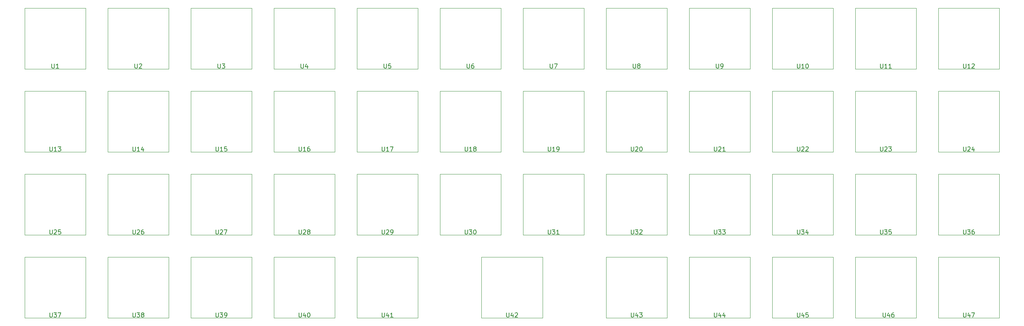
<source format=gbr>
%TF.GenerationSoftware,KiCad,Pcbnew,(5.1.10)-1*%
%TF.CreationDate,2021-09-02T14:28:53-06:00*%
%TF.ProjectId,MX47,4d583437-2e6b-4696-9361-645f70636258,rev?*%
%TF.SameCoordinates,Original*%
%TF.FileFunction,Legend,Top*%
%TF.FilePolarity,Positive*%
%FSLAX46Y46*%
G04 Gerber Fmt 4.6, Leading zero omitted, Abs format (unit mm)*
G04 Created by KiCad (PCBNEW (5.1.10)-1) date 2021-09-02 14:28:53*
%MOMM*%
%LPD*%
G01*
G04 APERTURE LIST*
%ADD10C,0.120000*%
%ADD11C,0.150000*%
G04 APERTURE END LIST*
D10*
%TO.C,U42*%
X172735000Y-123840000D02*
X172735000Y-109840000D01*
X172735000Y-123840000D02*
X158735000Y-123840000D01*
X158735000Y-123840000D02*
X158735000Y-109840000D01*
X158735000Y-109840000D02*
X172735000Y-109840000D01*
%TO.C,U47*%
X277510000Y-123840000D02*
X277510000Y-109840000D01*
X277510000Y-123840000D02*
X263510000Y-123840000D01*
X263510000Y-123840000D02*
X263510000Y-109840000D01*
X263510000Y-109840000D02*
X277510000Y-109840000D01*
%TO.C,U46*%
X258460000Y-123840000D02*
X258460000Y-109840000D01*
X258460000Y-123840000D02*
X244460000Y-123840000D01*
X244460000Y-123840000D02*
X244460000Y-109840000D01*
X244460000Y-109840000D02*
X258460000Y-109840000D01*
%TO.C,U45*%
X239410000Y-123840000D02*
X239410000Y-109840000D01*
X239410000Y-123840000D02*
X225410000Y-123840000D01*
X225410000Y-123840000D02*
X225410000Y-109840000D01*
X225410000Y-109840000D02*
X239410000Y-109840000D01*
%TO.C,U44*%
X220360000Y-123840000D02*
X220360000Y-109840000D01*
X220360000Y-123840000D02*
X206360000Y-123840000D01*
X206360000Y-123840000D02*
X206360000Y-109840000D01*
X206360000Y-109840000D02*
X220360000Y-109840000D01*
%TO.C,U43*%
X201310000Y-123840000D02*
X201310000Y-109840000D01*
X201310000Y-123840000D02*
X187310000Y-123840000D01*
X187310000Y-123840000D02*
X187310000Y-109840000D01*
X187310000Y-109840000D02*
X201310000Y-109840000D01*
%TO.C,U41*%
X144160000Y-123840000D02*
X144160000Y-109840000D01*
X144160000Y-123840000D02*
X130160000Y-123840000D01*
X130160000Y-123840000D02*
X130160000Y-109840000D01*
X130160000Y-109840000D02*
X144160000Y-109840000D01*
%TO.C,U40*%
X125110000Y-123840000D02*
X125110000Y-109840000D01*
X125110000Y-123840000D02*
X111110000Y-123840000D01*
X111110000Y-123840000D02*
X111110000Y-109840000D01*
X111110000Y-109840000D02*
X125110000Y-109840000D01*
%TO.C,U39*%
X106060000Y-123840000D02*
X106060000Y-109840000D01*
X106060000Y-123840000D02*
X92060000Y-123840000D01*
X92060000Y-123840000D02*
X92060000Y-109840000D01*
X92060000Y-109840000D02*
X106060000Y-109840000D01*
%TO.C,U38*%
X87010000Y-123840000D02*
X87010000Y-109840000D01*
X87010000Y-123840000D02*
X73010000Y-123840000D01*
X73010000Y-123840000D02*
X73010000Y-109840000D01*
X73010000Y-109840000D02*
X87010000Y-109840000D01*
%TO.C,U37*%
X67960000Y-123840000D02*
X67960000Y-109840000D01*
X67960000Y-123840000D02*
X53960000Y-123840000D01*
X53960000Y-123840000D02*
X53960000Y-109840000D01*
X53960000Y-109840000D02*
X67960000Y-109840000D01*
%TO.C,U36*%
X277510000Y-104790000D02*
X277510000Y-90790000D01*
X277510000Y-104790000D02*
X263510000Y-104790000D01*
X263510000Y-104790000D02*
X263510000Y-90790000D01*
X263510000Y-90790000D02*
X277510000Y-90790000D01*
%TO.C,U35*%
X258460000Y-104790000D02*
X258460000Y-90790000D01*
X258460000Y-104790000D02*
X244460000Y-104790000D01*
X244460000Y-104790000D02*
X244460000Y-90790000D01*
X244460000Y-90790000D02*
X258460000Y-90790000D01*
%TO.C,U34*%
X239410000Y-104790000D02*
X239410000Y-90790000D01*
X239410000Y-104790000D02*
X225410000Y-104790000D01*
X225410000Y-104790000D02*
X225410000Y-90790000D01*
X225410000Y-90790000D02*
X239410000Y-90790000D01*
%TO.C,U33*%
X220360000Y-104790000D02*
X220360000Y-90790000D01*
X220360000Y-104790000D02*
X206360000Y-104790000D01*
X206360000Y-104790000D02*
X206360000Y-90790000D01*
X206360000Y-90790000D02*
X220360000Y-90790000D01*
%TO.C,U32*%
X201310000Y-104790000D02*
X201310000Y-90790000D01*
X201310000Y-104790000D02*
X187310000Y-104790000D01*
X187310000Y-104790000D02*
X187310000Y-90790000D01*
X187310000Y-90790000D02*
X201310000Y-90790000D01*
%TO.C,U31*%
X182260000Y-104790000D02*
X182260000Y-90790000D01*
X182260000Y-104790000D02*
X168260000Y-104790000D01*
X168260000Y-104790000D02*
X168260000Y-90790000D01*
X168260000Y-90790000D02*
X182260000Y-90790000D01*
%TO.C,U30*%
X163210000Y-104790000D02*
X163210000Y-90790000D01*
X163210000Y-104790000D02*
X149210000Y-104790000D01*
X149210000Y-104790000D02*
X149210000Y-90790000D01*
X149210000Y-90790000D02*
X163210000Y-90790000D01*
%TO.C,U29*%
X144160000Y-104790000D02*
X144160000Y-90790000D01*
X144160000Y-104790000D02*
X130160000Y-104790000D01*
X130160000Y-104790000D02*
X130160000Y-90790000D01*
X130160000Y-90790000D02*
X144160000Y-90790000D01*
%TO.C,U28*%
X125110000Y-104790000D02*
X125110000Y-90790000D01*
X125110000Y-104790000D02*
X111110000Y-104790000D01*
X111110000Y-104790000D02*
X111110000Y-90790000D01*
X111110000Y-90790000D02*
X125110000Y-90790000D01*
%TO.C,U27*%
X106060000Y-104790000D02*
X106060000Y-90790000D01*
X106060000Y-104790000D02*
X92060000Y-104790000D01*
X92060000Y-104790000D02*
X92060000Y-90790000D01*
X92060000Y-90790000D02*
X106060000Y-90790000D01*
%TO.C,U26*%
X87010000Y-104790000D02*
X87010000Y-90790000D01*
X87010000Y-104790000D02*
X73010000Y-104790000D01*
X73010000Y-104790000D02*
X73010000Y-90790000D01*
X73010000Y-90790000D02*
X87010000Y-90790000D01*
%TO.C,U25*%
X67960000Y-104790000D02*
X67960000Y-90790000D01*
X67960000Y-104790000D02*
X53960000Y-104790000D01*
X53960000Y-104790000D02*
X53960000Y-90790000D01*
X53960000Y-90790000D02*
X67960000Y-90790000D01*
%TO.C,U24*%
X277510000Y-85740000D02*
X277510000Y-71740000D01*
X277510000Y-85740000D02*
X263510000Y-85740000D01*
X263510000Y-85740000D02*
X263510000Y-71740000D01*
X263510000Y-71740000D02*
X277510000Y-71740000D01*
%TO.C,U23*%
X258460000Y-85740000D02*
X258460000Y-71740000D01*
X258460000Y-85740000D02*
X244460000Y-85740000D01*
X244460000Y-85740000D02*
X244460000Y-71740000D01*
X244460000Y-71740000D02*
X258460000Y-71740000D01*
%TO.C,U22*%
X239410000Y-85740000D02*
X239410000Y-71740000D01*
X239410000Y-85740000D02*
X225410000Y-85740000D01*
X225410000Y-85740000D02*
X225410000Y-71740000D01*
X225410000Y-71740000D02*
X239410000Y-71740000D01*
%TO.C,U21*%
X220360000Y-85740000D02*
X220360000Y-71740000D01*
X220360000Y-85740000D02*
X206360000Y-85740000D01*
X206360000Y-85740000D02*
X206360000Y-71740000D01*
X206360000Y-71740000D02*
X220360000Y-71740000D01*
%TO.C,U20*%
X201310000Y-85740000D02*
X201310000Y-71740000D01*
X201310000Y-85740000D02*
X187310000Y-85740000D01*
X187310000Y-85740000D02*
X187310000Y-71740000D01*
X187310000Y-71740000D02*
X201310000Y-71740000D01*
%TO.C,U19*%
X182260000Y-85740000D02*
X182260000Y-71740000D01*
X182260000Y-85740000D02*
X168260000Y-85740000D01*
X168260000Y-85740000D02*
X168260000Y-71740000D01*
X168260000Y-71740000D02*
X182260000Y-71740000D01*
%TO.C,U18*%
X163210000Y-85740000D02*
X163210000Y-71740000D01*
X163210000Y-85740000D02*
X149210000Y-85740000D01*
X149210000Y-85740000D02*
X149210000Y-71740000D01*
X149210000Y-71740000D02*
X163210000Y-71740000D01*
%TO.C,U17*%
X144160000Y-85740000D02*
X144160000Y-71740000D01*
X144160000Y-85740000D02*
X130160000Y-85740000D01*
X130160000Y-85740000D02*
X130160000Y-71740000D01*
X130160000Y-71740000D02*
X144160000Y-71740000D01*
%TO.C,U16*%
X125110000Y-85740000D02*
X125110000Y-71740000D01*
X125110000Y-85740000D02*
X111110000Y-85740000D01*
X111110000Y-85740000D02*
X111110000Y-71740000D01*
X111110000Y-71740000D02*
X125110000Y-71740000D01*
%TO.C,U15*%
X106060000Y-85740000D02*
X106060000Y-71740000D01*
X106060000Y-85740000D02*
X92060000Y-85740000D01*
X92060000Y-85740000D02*
X92060000Y-71740000D01*
X92060000Y-71740000D02*
X106060000Y-71740000D01*
%TO.C,U14*%
X87010000Y-85740000D02*
X87010000Y-71740000D01*
X87010000Y-85740000D02*
X73010000Y-85740000D01*
X73010000Y-85740000D02*
X73010000Y-71740000D01*
X73010000Y-71740000D02*
X87010000Y-71740000D01*
%TO.C,U13*%
X67960000Y-85740000D02*
X67960000Y-71740000D01*
X67960000Y-85740000D02*
X53960000Y-85740000D01*
X53960000Y-85740000D02*
X53960000Y-71740000D01*
X53960000Y-71740000D02*
X67960000Y-71740000D01*
%TO.C,U12*%
X277510000Y-66690000D02*
X277510000Y-52690000D01*
X277510000Y-66690000D02*
X263510000Y-66690000D01*
X263510000Y-66690000D02*
X263510000Y-52690000D01*
X263510000Y-52690000D02*
X277510000Y-52690000D01*
%TO.C,U11*%
X258460000Y-66690000D02*
X258460000Y-52690000D01*
X258460000Y-66690000D02*
X244460000Y-66690000D01*
X244460000Y-66690000D02*
X244460000Y-52690000D01*
X244460000Y-52690000D02*
X258460000Y-52690000D01*
%TO.C,U10*%
X239410000Y-66690000D02*
X239410000Y-52690000D01*
X239410000Y-66690000D02*
X225410000Y-66690000D01*
X225410000Y-66690000D02*
X225410000Y-52690000D01*
X225410000Y-52690000D02*
X239410000Y-52690000D01*
%TO.C,U9*%
X220360000Y-66690000D02*
X220360000Y-52690000D01*
X220360000Y-66690000D02*
X206360000Y-66690000D01*
X206360000Y-66690000D02*
X206360000Y-52690000D01*
X206360000Y-52690000D02*
X220360000Y-52690000D01*
%TO.C,U8*%
X201310000Y-66690000D02*
X201310000Y-52690000D01*
X201310000Y-66690000D02*
X187310000Y-66690000D01*
X187310000Y-66690000D02*
X187310000Y-52690000D01*
X187310000Y-52690000D02*
X201310000Y-52690000D01*
%TO.C,U7*%
X182260000Y-66690000D02*
X182260000Y-52690000D01*
X182260000Y-66690000D02*
X168260000Y-66690000D01*
X168260000Y-66690000D02*
X168260000Y-52690000D01*
X168260000Y-52690000D02*
X182260000Y-52690000D01*
%TO.C,U6*%
X163210000Y-66690000D02*
X163210000Y-52690000D01*
X163210000Y-66690000D02*
X149210000Y-66690000D01*
X149210000Y-66690000D02*
X149210000Y-52690000D01*
X149210000Y-52690000D02*
X163210000Y-52690000D01*
%TO.C,U5*%
X144160000Y-66690000D02*
X144160000Y-52690000D01*
X144160000Y-66690000D02*
X130160000Y-66690000D01*
X130160000Y-66690000D02*
X130160000Y-52690000D01*
X130160000Y-52690000D02*
X144160000Y-52690000D01*
%TO.C,U4*%
X125110000Y-66690000D02*
X125110000Y-52690000D01*
X125110000Y-66690000D02*
X111110000Y-66690000D01*
X111110000Y-66690000D02*
X111110000Y-52690000D01*
X111110000Y-52690000D02*
X125110000Y-52690000D01*
%TO.C,U3*%
X106060000Y-66690000D02*
X106060000Y-52690000D01*
X106060000Y-66690000D02*
X92060000Y-66690000D01*
X92060000Y-66690000D02*
X92060000Y-52690000D01*
X92060000Y-52690000D02*
X106060000Y-52690000D01*
%TO.C,U2*%
X87010000Y-66690000D02*
X87010000Y-52690000D01*
X87010000Y-66690000D02*
X73010000Y-66690000D01*
X73010000Y-66690000D02*
X73010000Y-52690000D01*
X73010000Y-52690000D02*
X87010000Y-52690000D01*
%TO.C,U1*%
X67960000Y-66690000D02*
X67960000Y-52690000D01*
X67960000Y-66690000D02*
X53960000Y-66690000D01*
X53960000Y-66690000D02*
X53960000Y-52690000D01*
X53960000Y-52690000D02*
X67960000Y-52690000D01*
%TO.C,U42*%
D11*
X164496904Y-122642380D02*
X164496904Y-123451904D01*
X164544523Y-123547142D01*
X164592142Y-123594761D01*
X164687380Y-123642380D01*
X164877857Y-123642380D01*
X164973095Y-123594761D01*
X165020714Y-123547142D01*
X165068333Y-123451904D01*
X165068333Y-122642380D01*
X165973095Y-122975714D02*
X165973095Y-123642380D01*
X165735000Y-122594761D02*
X165496904Y-123309047D01*
X166115952Y-123309047D01*
X166449285Y-122737619D02*
X166496904Y-122690000D01*
X166592142Y-122642380D01*
X166830238Y-122642380D01*
X166925476Y-122690000D01*
X166973095Y-122737619D01*
X167020714Y-122832857D01*
X167020714Y-122928095D01*
X166973095Y-123070952D01*
X166401666Y-123642380D01*
X167020714Y-123642380D01*
%TO.C,U47*%
X269271904Y-122642380D02*
X269271904Y-123451904D01*
X269319523Y-123547142D01*
X269367142Y-123594761D01*
X269462380Y-123642380D01*
X269652857Y-123642380D01*
X269748095Y-123594761D01*
X269795714Y-123547142D01*
X269843333Y-123451904D01*
X269843333Y-122642380D01*
X270748095Y-122975714D02*
X270748095Y-123642380D01*
X270510000Y-122594761D02*
X270271904Y-123309047D01*
X270890952Y-123309047D01*
X271176666Y-122642380D02*
X271843333Y-122642380D01*
X271414761Y-123642380D01*
%TO.C,U46*%
X250856904Y-122642380D02*
X250856904Y-123451904D01*
X250904523Y-123547142D01*
X250952142Y-123594761D01*
X251047380Y-123642380D01*
X251237857Y-123642380D01*
X251333095Y-123594761D01*
X251380714Y-123547142D01*
X251428333Y-123451904D01*
X251428333Y-122642380D01*
X252333095Y-122975714D02*
X252333095Y-123642380D01*
X252095000Y-122594761D02*
X251856904Y-123309047D01*
X252475952Y-123309047D01*
X253285476Y-122642380D02*
X253095000Y-122642380D01*
X252999761Y-122690000D01*
X252952142Y-122737619D01*
X252856904Y-122880476D01*
X252809285Y-123070952D01*
X252809285Y-123451904D01*
X252856904Y-123547142D01*
X252904523Y-123594761D01*
X252999761Y-123642380D01*
X253190238Y-123642380D01*
X253285476Y-123594761D01*
X253333095Y-123547142D01*
X253380714Y-123451904D01*
X253380714Y-123213809D01*
X253333095Y-123118571D01*
X253285476Y-123070952D01*
X253190238Y-123023333D01*
X252999761Y-123023333D01*
X252904523Y-123070952D01*
X252856904Y-123118571D01*
X252809285Y-123213809D01*
%TO.C,U45*%
X231171904Y-122642380D02*
X231171904Y-123451904D01*
X231219523Y-123547142D01*
X231267142Y-123594761D01*
X231362380Y-123642380D01*
X231552857Y-123642380D01*
X231648095Y-123594761D01*
X231695714Y-123547142D01*
X231743333Y-123451904D01*
X231743333Y-122642380D01*
X232648095Y-122975714D02*
X232648095Y-123642380D01*
X232410000Y-122594761D02*
X232171904Y-123309047D01*
X232790952Y-123309047D01*
X233648095Y-122642380D02*
X233171904Y-122642380D01*
X233124285Y-123118571D01*
X233171904Y-123070952D01*
X233267142Y-123023333D01*
X233505238Y-123023333D01*
X233600476Y-123070952D01*
X233648095Y-123118571D01*
X233695714Y-123213809D01*
X233695714Y-123451904D01*
X233648095Y-123547142D01*
X233600476Y-123594761D01*
X233505238Y-123642380D01*
X233267142Y-123642380D01*
X233171904Y-123594761D01*
X233124285Y-123547142D01*
%TO.C,U44*%
X212121904Y-122642380D02*
X212121904Y-123451904D01*
X212169523Y-123547142D01*
X212217142Y-123594761D01*
X212312380Y-123642380D01*
X212502857Y-123642380D01*
X212598095Y-123594761D01*
X212645714Y-123547142D01*
X212693333Y-123451904D01*
X212693333Y-122642380D01*
X213598095Y-122975714D02*
X213598095Y-123642380D01*
X213360000Y-122594761D02*
X213121904Y-123309047D01*
X213740952Y-123309047D01*
X214550476Y-122975714D02*
X214550476Y-123642380D01*
X214312380Y-122594761D02*
X214074285Y-123309047D01*
X214693333Y-123309047D01*
%TO.C,U43*%
X193071904Y-122642380D02*
X193071904Y-123451904D01*
X193119523Y-123547142D01*
X193167142Y-123594761D01*
X193262380Y-123642380D01*
X193452857Y-123642380D01*
X193548095Y-123594761D01*
X193595714Y-123547142D01*
X193643333Y-123451904D01*
X193643333Y-122642380D01*
X194548095Y-122975714D02*
X194548095Y-123642380D01*
X194310000Y-122594761D02*
X194071904Y-123309047D01*
X194690952Y-123309047D01*
X194976666Y-122642380D02*
X195595714Y-122642380D01*
X195262380Y-123023333D01*
X195405238Y-123023333D01*
X195500476Y-123070952D01*
X195548095Y-123118571D01*
X195595714Y-123213809D01*
X195595714Y-123451904D01*
X195548095Y-123547142D01*
X195500476Y-123594761D01*
X195405238Y-123642380D01*
X195119523Y-123642380D01*
X195024285Y-123594761D01*
X194976666Y-123547142D01*
%TO.C,U41*%
X135921904Y-122642380D02*
X135921904Y-123451904D01*
X135969523Y-123547142D01*
X136017142Y-123594761D01*
X136112380Y-123642380D01*
X136302857Y-123642380D01*
X136398095Y-123594761D01*
X136445714Y-123547142D01*
X136493333Y-123451904D01*
X136493333Y-122642380D01*
X137398095Y-122975714D02*
X137398095Y-123642380D01*
X137160000Y-122594761D02*
X136921904Y-123309047D01*
X137540952Y-123309047D01*
X138445714Y-123642380D02*
X137874285Y-123642380D01*
X138160000Y-123642380D02*
X138160000Y-122642380D01*
X138064761Y-122785238D01*
X137969523Y-122880476D01*
X137874285Y-122928095D01*
%TO.C,U40*%
X116871904Y-122642380D02*
X116871904Y-123451904D01*
X116919523Y-123547142D01*
X116967142Y-123594761D01*
X117062380Y-123642380D01*
X117252857Y-123642380D01*
X117348095Y-123594761D01*
X117395714Y-123547142D01*
X117443333Y-123451904D01*
X117443333Y-122642380D01*
X118348095Y-122975714D02*
X118348095Y-123642380D01*
X118110000Y-122594761D02*
X117871904Y-123309047D01*
X118490952Y-123309047D01*
X119062380Y-122642380D02*
X119157619Y-122642380D01*
X119252857Y-122690000D01*
X119300476Y-122737619D01*
X119348095Y-122832857D01*
X119395714Y-123023333D01*
X119395714Y-123261428D01*
X119348095Y-123451904D01*
X119300476Y-123547142D01*
X119252857Y-123594761D01*
X119157619Y-123642380D01*
X119062380Y-123642380D01*
X118967142Y-123594761D01*
X118919523Y-123547142D01*
X118871904Y-123451904D01*
X118824285Y-123261428D01*
X118824285Y-123023333D01*
X118871904Y-122832857D01*
X118919523Y-122737619D01*
X118967142Y-122690000D01*
X119062380Y-122642380D01*
%TO.C,U39*%
X97821904Y-122642380D02*
X97821904Y-123451904D01*
X97869523Y-123547142D01*
X97917142Y-123594761D01*
X98012380Y-123642380D01*
X98202857Y-123642380D01*
X98298095Y-123594761D01*
X98345714Y-123547142D01*
X98393333Y-123451904D01*
X98393333Y-122642380D01*
X98774285Y-122642380D02*
X99393333Y-122642380D01*
X99060000Y-123023333D01*
X99202857Y-123023333D01*
X99298095Y-123070952D01*
X99345714Y-123118571D01*
X99393333Y-123213809D01*
X99393333Y-123451904D01*
X99345714Y-123547142D01*
X99298095Y-123594761D01*
X99202857Y-123642380D01*
X98917142Y-123642380D01*
X98821904Y-123594761D01*
X98774285Y-123547142D01*
X99869523Y-123642380D02*
X100060000Y-123642380D01*
X100155238Y-123594761D01*
X100202857Y-123547142D01*
X100298095Y-123404285D01*
X100345714Y-123213809D01*
X100345714Y-122832857D01*
X100298095Y-122737619D01*
X100250476Y-122690000D01*
X100155238Y-122642380D01*
X99964761Y-122642380D01*
X99869523Y-122690000D01*
X99821904Y-122737619D01*
X99774285Y-122832857D01*
X99774285Y-123070952D01*
X99821904Y-123166190D01*
X99869523Y-123213809D01*
X99964761Y-123261428D01*
X100155238Y-123261428D01*
X100250476Y-123213809D01*
X100298095Y-123166190D01*
X100345714Y-123070952D01*
%TO.C,U38*%
X78771904Y-122642380D02*
X78771904Y-123451904D01*
X78819523Y-123547142D01*
X78867142Y-123594761D01*
X78962380Y-123642380D01*
X79152857Y-123642380D01*
X79248095Y-123594761D01*
X79295714Y-123547142D01*
X79343333Y-123451904D01*
X79343333Y-122642380D01*
X79724285Y-122642380D02*
X80343333Y-122642380D01*
X80010000Y-123023333D01*
X80152857Y-123023333D01*
X80248095Y-123070952D01*
X80295714Y-123118571D01*
X80343333Y-123213809D01*
X80343333Y-123451904D01*
X80295714Y-123547142D01*
X80248095Y-123594761D01*
X80152857Y-123642380D01*
X79867142Y-123642380D01*
X79771904Y-123594761D01*
X79724285Y-123547142D01*
X80914761Y-123070952D02*
X80819523Y-123023333D01*
X80771904Y-122975714D01*
X80724285Y-122880476D01*
X80724285Y-122832857D01*
X80771904Y-122737619D01*
X80819523Y-122690000D01*
X80914761Y-122642380D01*
X81105238Y-122642380D01*
X81200476Y-122690000D01*
X81248095Y-122737619D01*
X81295714Y-122832857D01*
X81295714Y-122880476D01*
X81248095Y-122975714D01*
X81200476Y-123023333D01*
X81105238Y-123070952D01*
X80914761Y-123070952D01*
X80819523Y-123118571D01*
X80771904Y-123166190D01*
X80724285Y-123261428D01*
X80724285Y-123451904D01*
X80771904Y-123547142D01*
X80819523Y-123594761D01*
X80914761Y-123642380D01*
X81105238Y-123642380D01*
X81200476Y-123594761D01*
X81248095Y-123547142D01*
X81295714Y-123451904D01*
X81295714Y-123261428D01*
X81248095Y-123166190D01*
X81200476Y-123118571D01*
X81105238Y-123070952D01*
%TO.C,U37*%
X59721904Y-122642380D02*
X59721904Y-123451904D01*
X59769523Y-123547142D01*
X59817142Y-123594761D01*
X59912380Y-123642380D01*
X60102857Y-123642380D01*
X60198095Y-123594761D01*
X60245714Y-123547142D01*
X60293333Y-123451904D01*
X60293333Y-122642380D01*
X60674285Y-122642380D02*
X61293333Y-122642380D01*
X60960000Y-123023333D01*
X61102857Y-123023333D01*
X61198095Y-123070952D01*
X61245714Y-123118571D01*
X61293333Y-123213809D01*
X61293333Y-123451904D01*
X61245714Y-123547142D01*
X61198095Y-123594761D01*
X61102857Y-123642380D01*
X60817142Y-123642380D01*
X60721904Y-123594761D01*
X60674285Y-123547142D01*
X61626666Y-122642380D02*
X62293333Y-122642380D01*
X61864761Y-123642380D01*
%TO.C,U36*%
X269271904Y-103592380D02*
X269271904Y-104401904D01*
X269319523Y-104497142D01*
X269367142Y-104544761D01*
X269462380Y-104592380D01*
X269652857Y-104592380D01*
X269748095Y-104544761D01*
X269795714Y-104497142D01*
X269843333Y-104401904D01*
X269843333Y-103592380D01*
X270224285Y-103592380D02*
X270843333Y-103592380D01*
X270510000Y-103973333D01*
X270652857Y-103973333D01*
X270748095Y-104020952D01*
X270795714Y-104068571D01*
X270843333Y-104163809D01*
X270843333Y-104401904D01*
X270795714Y-104497142D01*
X270748095Y-104544761D01*
X270652857Y-104592380D01*
X270367142Y-104592380D01*
X270271904Y-104544761D01*
X270224285Y-104497142D01*
X271700476Y-103592380D02*
X271510000Y-103592380D01*
X271414761Y-103640000D01*
X271367142Y-103687619D01*
X271271904Y-103830476D01*
X271224285Y-104020952D01*
X271224285Y-104401904D01*
X271271904Y-104497142D01*
X271319523Y-104544761D01*
X271414761Y-104592380D01*
X271605238Y-104592380D01*
X271700476Y-104544761D01*
X271748095Y-104497142D01*
X271795714Y-104401904D01*
X271795714Y-104163809D01*
X271748095Y-104068571D01*
X271700476Y-104020952D01*
X271605238Y-103973333D01*
X271414761Y-103973333D01*
X271319523Y-104020952D01*
X271271904Y-104068571D01*
X271224285Y-104163809D01*
%TO.C,U35*%
X250221904Y-103592380D02*
X250221904Y-104401904D01*
X250269523Y-104497142D01*
X250317142Y-104544761D01*
X250412380Y-104592380D01*
X250602857Y-104592380D01*
X250698095Y-104544761D01*
X250745714Y-104497142D01*
X250793333Y-104401904D01*
X250793333Y-103592380D01*
X251174285Y-103592380D02*
X251793333Y-103592380D01*
X251460000Y-103973333D01*
X251602857Y-103973333D01*
X251698095Y-104020952D01*
X251745714Y-104068571D01*
X251793333Y-104163809D01*
X251793333Y-104401904D01*
X251745714Y-104497142D01*
X251698095Y-104544761D01*
X251602857Y-104592380D01*
X251317142Y-104592380D01*
X251221904Y-104544761D01*
X251174285Y-104497142D01*
X252698095Y-103592380D02*
X252221904Y-103592380D01*
X252174285Y-104068571D01*
X252221904Y-104020952D01*
X252317142Y-103973333D01*
X252555238Y-103973333D01*
X252650476Y-104020952D01*
X252698095Y-104068571D01*
X252745714Y-104163809D01*
X252745714Y-104401904D01*
X252698095Y-104497142D01*
X252650476Y-104544761D01*
X252555238Y-104592380D01*
X252317142Y-104592380D01*
X252221904Y-104544761D01*
X252174285Y-104497142D01*
%TO.C,U34*%
X231171904Y-103592380D02*
X231171904Y-104401904D01*
X231219523Y-104497142D01*
X231267142Y-104544761D01*
X231362380Y-104592380D01*
X231552857Y-104592380D01*
X231648095Y-104544761D01*
X231695714Y-104497142D01*
X231743333Y-104401904D01*
X231743333Y-103592380D01*
X232124285Y-103592380D02*
X232743333Y-103592380D01*
X232410000Y-103973333D01*
X232552857Y-103973333D01*
X232648095Y-104020952D01*
X232695714Y-104068571D01*
X232743333Y-104163809D01*
X232743333Y-104401904D01*
X232695714Y-104497142D01*
X232648095Y-104544761D01*
X232552857Y-104592380D01*
X232267142Y-104592380D01*
X232171904Y-104544761D01*
X232124285Y-104497142D01*
X233600476Y-103925714D02*
X233600476Y-104592380D01*
X233362380Y-103544761D02*
X233124285Y-104259047D01*
X233743333Y-104259047D01*
%TO.C,U33*%
X212121904Y-103592380D02*
X212121904Y-104401904D01*
X212169523Y-104497142D01*
X212217142Y-104544761D01*
X212312380Y-104592380D01*
X212502857Y-104592380D01*
X212598095Y-104544761D01*
X212645714Y-104497142D01*
X212693333Y-104401904D01*
X212693333Y-103592380D01*
X213074285Y-103592380D02*
X213693333Y-103592380D01*
X213360000Y-103973333D01*
X213502857Y-103973333D01*
X213598095Y-104020952D01*
X213645714Y-104068571D01*
X213693333Y-104163809D01*
X213693333Y-104401904D01*
X213645714Y-104497142D01*
X213598095Y-104544761D01*
X213502857Y-104592380D01*
X213217142Y-104592380D01*
X213121904Y-104544761D01*
X213074285Y-104497142D01*
X214026666Y-103592380D02*
X214645714Y-103592380D01*
X214312380Y-103973333D01*
X214455238Y-103973333D01*
X214550476Y-104020952D01*
X214598095Y-104068571D01*
X214645714Y-104163809D01*
X214645714Y-104401904D01*
X214598095Y-104497142D01*
X214550476Y-104544761D01*
X214455238Y-104592380D01*
X214169523Y-104592380D01*
X214074285Y-104544761D01*
X214026666Y-104497142D01*
%TO.C,U32*%
X193071904Y-103592380D02*
X193071904Y-104401904D01*
X193119523Y-104497142D01*
X193167142Y-104544761D01*
X193262380Y-104592380D01*
X193452857Y-104592380D01*
X193548095Y-104544761D01*
X193595714Y-104497142D01*
X193643333Y-104401904D01*
X193643333Y-103592380D01*
X194024285Y-103592380D02*
X194643333Y-103592380D01*
X194310000Y-103973333D01*
X194452857Y-103973333D01*
X194548095Y-104020952D01*
X194595714Y-104068571D01*
X194643333Y-104163809D01*
X194643333Y-104401904D01*
X194595714Y-104497142D01*
X194548095Y-104544761D01*
X194452857Y-104592380D01*
X194167142Y-104592380D01*
X194071904Y-104544761D01*
X194024285Y-104497142D01*
X195024285Y-103687619D02*
X195071904Y-103640000D01*
X195167142Y-103592380D01*
X195405238Y-103592380D01*
X195500476Y-103640000D01*
X195548095Y-103687619D01*
X195595714Y-103782857D01*
X195595714Y-103878095D01*
X195548095Y-104020952D01*
X194976666Y-104592380D01*
X195595714Y-104592380D01*
%TO.C,U31*%
X174021904Y-103592380D02*
X174021904Y-104401904D01*
X174069523Y-104497142D01*
X174117142Y-104544761D01*
X174212380Y-104592380D01*
X174402857Y-104592380D01*
X174498095Y-104544761D01*
X174545714Y-104497142D01*
X174593333Y-104401904D01*
X174593333Y-103592380D01*
X174974285Y-103592380D02*
X175593333Y-103592380D01*
X175260000Y-103973333D01*
X175402857Y-103973333D01*
X175498095Y-104020952D01*
X175545714Y-104068571D01*
X175593333Y-104163809D01*
X175593333Y-104401904D01*
X175545714Y-104497142D01*
X175498095Y-104544761D01*
X175402857Y-104592380D01*
X175117142Y-104592380D01*
X175021904Y-104544761D01*
X174974285Y-104497142D01*
X176545714Y-104592380D02*
X175974285Y-104592380D01*
X176260000Y-104592380D02*
X176260000Y-103592380D01*
X176164761Y-103735238D01*
X176069523Y-103830476D01*
X175974285Y-103878095D01*
%TO.C,U30*%
X154971904Y-103592380D02*
X154971904Y-104401904D01*
X155019523Y-104497142D01*
X155067142Y-104544761D01*
X155162380Y-104592380D01*
X155352857Y-104592380D01*
X155448095Y-104544761D01*
X155495714Y-104497142D01*
X155543333Y-104401904D01*
X155543333Y-103592380D01*
X155924285Y-103592380D02*
X156543333Y-103592380D01*
X156210000Y-103973333D01*
X156352857Y-103973333D01*
X156448095Y-104020952D01*
X156495714Y-104068571D01*
X156543333Y-104163809D01*
X156543333Y-104401904D01*
X156495714Y-104497142D01*
X156448095Y-104544761D01*
X156352857Y-104592380D01*
X156067142Y-104592380D01*
X155971904Y-104544761D01*
X155924285Y-104497142D01*
X157162380Y-103592380D02*
X157257619Y-103592380D01*
X157352857Y-103640000D01*
X157400476Y-103687619D01*
X157448095Y-103782857D01*
X157495714Y-103973333D01*
X157495714Y-104211428D01*
X157448095Y-104401904D01*
X157400476Y-104497142D01*
X157352857Y-104544761D01*
X157257619Y-104592380D01*
X157162380Y-104592380D01*
X157067142Y-104544761D01*
X157019523Y-104497142D01*
X156971904Y-104401904D01*
X156924285Y-104211428D01*
X156924285Y-103973333D01*
X156971904Y-103782857D01*
X157019523Y-103687619D01*
X157067142Y-103640000D01*
X157162380Y-103592380D01*
%TO.C,U29*%
X135921904Y-103592380D02*
X135921904Y-104401904D01*
X135969523Y-104497142D01*
X136017142Y-104544761D01*
X136112380Y-104592380D01*
X136302857Y-104592380D01*
X136398095Y-104544761D01*
X136445714Y-104497142D01*
X136493333Y-104401904D01*
X136493333Y-103592380D01*
X136921904Y-103687619D02*
X136969523Y-103640000D01*
X137064761Y-103592380D01*
X137302857Y-103592380D01*
X137398095Y-103640000D01*
X137445714Y-103687619D01*
X137493333Y-103782857D01*
X137493333Y-103878095D01*
X137445714Y-104020952D01*
X136874285Y-104592380D01*
X137493333Y-104592380D01*
X137969523Y-104592380D02*
X138160000Y-104592380D01*
X138255238Y-104544761D01*
X138302857Y-104497142D01*
X138398095Y-104354285D01*
X138445714Y-104163809D01*
X138445714Y-103782857D01*
X138398095Y-103687619D01*
X138350476Y-103640000D01*
X138255238Y-103592380D01*
X138064761Y-103592380D01*
X137969523Y-103640000D01*
X137921904Y-103687619D01*
X137874285Y-103782857D01*
X137874285Y-104020952D01*
X137921904Y-104116190D01*
X137969523Y-104163809D01*
X138064761Y-104211428D01*
X138255238Y-104211428D01*
X138350476Y-104163809D01*
X138398095Y-104116190D01*
X138445714Y-104020952D01*
%TO.C,U28*%
X116871904Y-103592380D02*
X116871904Y-104401904D01*
X116919523Y-104497142D01*
X116967142Y-104544761D01*
X117062380Y-104592380D01*
X117252857Y-104592380D01*
X117348095Y-104544761D01*
X117395714Y-104497142D01*
X117443333Y-104401904D01*
X117443333Y-103592380D01*
X117871904Y-103687619D02*
X117919523Y-103640000D01*
X118014761Y-103592380D01*
X118252857Y-103592380D01*
X118348095Y-103640000D01*
X118395714Y-103687619D01*
X118443333Y-103782857D01*
X118443333Y-103878095D01*
X118395714Y-104020952D01*
X117824285Y-104592380D01*
X118443333Y-104592380D01*
X119014761Y-104020952D02*
X118919523Y-103973333D01*
X118871904Y-103925714D01*
X118824285Y-103830476D01*
X118824285Y-103782857D01*
X118871904Y-103687619D01*
X118919523Y-103640000D01*
X119014761Y-103592380D01*
X119205238Y-103592380D01*
X119300476Y-103640000D01*
X119348095Y-103687619D01*
X119395714Y-103782857D01*
X119395714Y-103830476D01*
X119348095Y-103925714D01*
X119300476Y-103973333D01*
X119205238Y-104020952D01*
X119014761Y-104020952D01*
X118919523Y-104068571D01*
X118871904Y-104116190D01*
X118824285Y-104211428D01*
X118824285Y-104401904D01*
X118871904Y-104497142D01*
X118919523Y-104544761D01*
X119014761Y-104592380D01*
X119205238Y-104592380D01*
X119300476Y-104544761D01*
X119348095Y-104497142D01*
X119395714Y-104401904D01*
X119395714Y-104211428D01*
X119348095Y-104116190D01*
X119300476Y-104068571D01*
X119205238Y-104020952D01*
%TO.C,U27*%
X97821904Y-103592380D02*
X97821904Y-104401904D01*
X97869523Y-104497142D01*
X97917142Y-104544761D01*
X98012380Y-104592380D01*
X98202857Y-104592380D01*
X98298095Y-104544761D01*
X98345714Y-104497142D01*
X98393333Y-104401904D01*
X98393333Y-103592380D01*
X98821904Y-103687619D02*
X98869523Y-103640000D01*
X98964761Y-103592380D01*
X99202857Y-103592380D01*
X99298095Y-103640000D01*
X99345714Y-103687619D01*
X99393333Y-103782857D01*
X99393333Y-103878095D01*
X99345714Y-104020952D01*
X98774285Y-104592380D01*
X99393333Y-104592380D01*
X99726666Y-103592380D02*
X100393333Y-103592380D01*
X99964761Y-104592380D01*
%TO.C,U26*%
X78771904Y-103592380D02*
X78771904Y-104401904D01*
X78819523Y-104497142D01*
X78867142Y-104544761D01*
X78962380Y-104592380D01*
X79152857Y-104592380D01*
X79248095Y-104544761D01*
X79295714Y-104497142D01*
X79343333Y-104401904D01*
X79343333Y-103592380D01*
X79771904Y-103687619D02*
X79819523Y-103640000D01*
X79914761Y-103592380D01*
X80152857Y-103592380D01*
X80248095Y-103640000D01*
X80295714Y-103687619D01*
X80343333Y-103782857D01*
X80343333Y-103878095D01*
X80295714Y-104020952D01*
X79724285Y-104592380D01*
X80343333Y-104592380D01*
X81200476Y-103592380D02*
X81010000Y-103592380D01*
X80914761Y-103640000D01*
X80867142Y-103687619D01*
X80771904Y-103830476D01*
X80724285Y-104020952D01*
X80724285Y-104401904D01*
X80771904Y-104497142D01*
X80819523Y-104544761D01*
X80914761Y-104592380D01*
X81105238Y-104592380D01*
X81200476Y-104544761D01*
X81248095Y-104497142D01*
X81295714Y-104401904D01*
X81295714Y-104163809D01*
X81248095Y-104068571D01*
X81200476Y-104020952D01*
X81105238Y-103973333D01*
X80914761Y-103973333D01*
X80819523Y-104020952D01*
X80771904Y-104068571D01*
X80724285Y-104163809D01*
%TO.C,U25*%
X59721904Y-103592380D02*
X59721904Y-104401904D01*
X59769523Y-104497142D01*
X59817142Y-104544761D01*
X59912380Y-104592380D01*
X60102857Y-104592380D01*
X60198095Y-104544761D01*
X60245714Y-104497142D01*
X60293333Y-104401904D01*
X60293333Y-103592380D01*
X60721904Y-103687619D02*
X60769523Y-103640000D01*
X60864761Y-103592380D01*
X61102857Y-103592380D01*
X61198095Y-103640000D01*
X61245714Y-103687619D01*
X61293333Y-103782857D01*
X61293333Y-103878095D01*
X61245714Y-104020952D01*
X60674285Y-104592380D01*
X61293333Y-104592380D01*
X62198095Y-103592380D02*
X61721904Y-103592380D01*
X61674285Y-104068571D01*
X61721904Y-104020952D01*
X61817142Y-103973333D01*
X62055238Y-103973333D01*
X62150476Y-104020952D01*
X62198095Y-104068571D01*
X62245714Y-104163809D01*
X62245714Y-104401904D01*
X62198095Y-104497142D01*
X62150476Y-104544761D01*
X62055238Y-104592380D01*
X61817142Y-104592380D01*
X61721904Y-104544761D01*
X61674285Y-104497142D01*
%TO.C,U24*%
X269271904Y-84542380D02*
X269271904Y-85351904D01*
X269319523Y-85447142D01*
X269367142Y-85494761D01*
X269462380Y-85542380D01*
X269652857Y-85542380D01*
X269748095Y-85494761D01*
X269795714Y-85447142D01*
X269843333Y-85351904D01*
X269843333Y-84542380D01*
X270271904Y-84637619D02*
X270319523Y-84590000D01*
X270414761Y-84542380D01*
X270652857Y-84542380D01*
X270748095Y-84590000D01*
X270795714Y-84637619D01*
X270843333Y-84732857D01*
X270843333Y-84828095D01*
X270795714Y-84970952D01*
X270224285Y-85542380D01*
X270843333Y-85542380D01*
X271700476Y-84875714D02*
X271700476Y-85542380D01*
X271462380Y-84494761D02*
X271224285Y-85209047D01*
X271843333Y-85209047D01*
%TO.C,U23*%
X250221904Y-84542380D02*
X250221904Y-85351904D01*
X250269523Y-85447142D01*
X250317142Y-85494761D01*
X250412380Y-85542380D01*
X250602857Y-85542380D01*
X250698095Y-85494761D01*
X250745714Y-85447142D01*
X250793333Y-85351904D01*
X250793333Y-84542380D01*
X251221904Y-84637619D02*
X251269523Y-84590000D01*
X251364761Y-84542380D01*
X251602857Y-84542380D01*
X251698095Y-84590000D01*
X251745714Y-84637619D01*
X251793333Y-84732857D01*
X251793333Y-84828095D01*
X251745714Y-84970952D01*
X251174285Y-85542380D01*
X251793333Y-85542380D01*
X252126666Y-84542380D02*
X252745714Y-84542380D01*
X252412380Y-84923333D01*
X252555238Y-84923333D01*
X252650476Y-84970952D01*
X252698095Y-85018571D01*
X252745714Y-85113809D01*
X252745714Y-85351904D01*
X252698095Y-85447142D01*
X252650476Y-85494761D01*
X252555238Y-85542380D01*
X252269523Y-85542380D01*
X252174285Y-85494761D01*
X252126666Y-85447142D01*
%TO.C,U22*%
X231171904Y-84542380D02*
X231171904Y-85351904D01*
X231219523Y-85447142D01*
X231267142Y-85494761D01*
X231362380Y-85542380D01*
X231552857Y-85542380D01*
X231648095Y-85494761D01*
X231695714Y-85447142D01*
X231743333Y-85351904D01*
X231743333Y-84542380D01*
X232171904Y-84637619D02*
X232219523Y-84590000D01*
X232314761Y-84542380D01*
X232552857Y-84542380D01*
X232648095Y-84590000D01*
X232695714Y-84637619D01*
X232743333Y-84732857D01*
X232743333Y-84828095D01*
X232695714Y-84970952D01*
X232124285Y-85542380D01*
X232743333Y-85542380D01*
X233124285Y-84637619D02*
X233171904Y-84590000D01*
X233267142Y-84542380D01*
X233505238Y-84542380D01*
X233600476Y-84590000D01*
X233648095Y-84637619D01*
X233695714Y-84732857D01*
X233695714Y-84828095D01*
X233648095Y-84970952D01*
X233076666Y-85542380D01*
X233695714Y-85542380D01*
%TO.C,U21*%
X212121904Y-84542380D02*
X212121904Y-85351904D01*
X212169523Y-85447142D01*
X212217142Y-85494761D01*
X212312380Y-85542380D01*
X212502857Y-85542380D01*
X212598095Y-85494761D01*
X212645714Y-85447142D01*
X212693333Y-85351904D01*
X212693333Y-84542380D01*
X213121904Y-84637619D02*
X213169523Y-84590000D01*
X213264761Y-84542380D01*
X213502857Y-84542380D01*
X213598095Y-84590000D01*
X213645714Y-84637619D01*
X213693333Y-84732857D01*
X213693333Y-84828095D01*
X213645714Y-84970952D01*
X213074285Y-85542380D01*
X213693333Y-85542380D01*
X214645714Y-85542380D02*
X214074285Y-85542380D01*
X214360000Y-85542380D02*
X214360000Y-84542380D01*
X214264761Y-84685238D01*
X214169523Y-84780476D01*
X214074285Y-84828095D01*
%TO.C,U20*%
X193071904Y-84542380D02*
X193071904Y-85351904D01*
X193119523Y-85447142D01*
X193167142Y-85494761D01*
X193262380Y-85542380D01*
X193452857Y-85542380D01*
X193548095Y-85494761D01*
X193595714Y-85447142D01*
X193643333Y-85351904D01*
X193643333Y-84542380D01*
X194071904Y-84637619D02*
X194119523Y-84590000D01*
X194214761Y-84542380D01*
X194452857Y-84542380D01*
X194548095Y-84590000D01*
X194595714Y-84637619D01*
X194643333Y-84732857D01*
X194643333Y-84828095D01*
X194595714Y-84970952D01*
X194024285Y-85542380D01*
X194643333Y-85542380D01*
X195262380Y-84542380D02*
X195357619Y-84542380D01*
X195452857Y-84590000D01*
X195500476Y-84637619D01*
X195548095Y-84732857D01*
X195595714Y-84923333D01*
X195595714Y-85161428D01*
X195548095Y-85351904D01*
X195500476Y-85447142D01*
X195452857Y-85494761D01*
X195357619Y-85542380D01*
X195262380Y-85542380D01*
X195167142Y-85494761D01*
X195119523Y-85447142D01*
X195071904Y-85351904D01*
X195024285Y-85161428D01*
X195024285Y-84923333D01*
X195071904Y-84732857D01*
X195119523Y-84637619D01*
X195167142Y-84590000D01*
X195262380Y-84542380D01*
%TO.C,U19*%
X174021904Y-84542380D02*
X174021904Y-85351904D01*
X174069523Y-85447142D01*
X174117142Y-85494761D01*
X174212380Y-85542380D01*
X174402857Y-85542380D01*
X174498095Y-85494761D01*
X174545714Y-85447142D01*
X174593333Y-85351904D01*
X174593333Y-84542380D01*
X175593333Y-85542380D02*
X175021904Y-85542380D01*
X175307619Y-85542380D02*
X175307619Y-84542380D01*
X175212380Y-84685238D01*
X175117142Y-84780476D01*
X175021904Y-84828095D01*
X176069523Y-85542380D02*
X176260000Y-85542380D01*
X176355238Y-85494761D01*
X176402857Y-85447142D01*
X176498095Y-85304285D01*
X176545714Y-85113809D01*
X176545714Y-84732857D01*
X176498095Y-84637619D01*
X176450476Y-84590000D01*
X176355238Y-84542380D01*
X176164761Y-84542380D01*
X176069523Y-84590000D01*
X176021904Y-84637619D01*
X175974285Y-84732857D01*
X175974285Y-84970952D01*
X176021904Y-85066190D01*
X176069523Y-85113809D01*
X176164761Y-85161428D01*
X176355238Y-85161428D01*
X176450476Y-85113809D01*
X176498095Y-85066190D01*
X176545714Y-84970952D01*
%TO.C,U18*%
X154971904Y-84542380D02*
X154971904Y-85351904D01*
X155019523Y-85447142D01*
X155067142Y-85494761D01*
X155162380Y-85542380D01*
X155352857Y-85542380D01*
X155448095Y-85494761D01*
X155495714Y-85447142D01*
X155543333Y-85351904D01*
X155543333Y-84542380D01*
X156543333Y-85542380D02*
X155971904Y-85542380D01*
X156257619Y-85542380D02*
X156257619Y-84542380D01*
X156162380Y-84685238D01*
X156067142Y-84780476D01*
X155971904Y-84828095D01*
X157114761Y-84970952D02*
X157019523Y-84923333D01*
X156971904Y-84875714D01*
X156924285Y-84780476D01*
X156924285Y-84732857D01*
X156971904Y-84637619D01*
X157019523Y-84590000D01*
X157114761Y-84542380D01*
X157305238Y-84542380D01*
X157400476Y-84590000D01*
X157448095Y-84637619D01*
X157495714Y-84732857D01*
X157495714Y-84780476D01*
X157448095Y-84875714D01*
X157400476Y-84923333D01*
X157305238Y-84970952D01*
X157114761Y-84970952D01*
X157019523Y-85018571D01*
X156971904Y-85066190D01*
X156924285Y-85161428D01*
X156924285Y-85351904D01*
X156971904Y-85447142D01*
X157019523Y-85494761D01*
X157114761Y-85542380D01*
X157305238Y-85542380D01*
X157400476Y-85494761D01*
X157448095Y-85447142D01*
X157495714Y-85351904D01*
X157495714Y-85161428D01*
X157448095Y-85066190D01*
X157400476Y-85018571D01*
X157305238Y-84970952D01*
%TO.C,U17*%
X135921904Y-84542380D02*
X135921904Y-85351904D01*
X135969523Y-85447142D01*
X136017142Y-85494761D01*
X136112380Y-85542380D01*
X136302857Y-85542380D01*
X136398095Y-85494761D01*
X136445714Y-85447142D01*
X136493333Y-85351904D01*
X136493333Y-84542380D01*
X137493333Y-85542380D02*
X136921904Y-85542380D01*
X137207619Y-85542380D02*
X137207619Y-84542380D01*
X137112380Y-84685238D01*
X137017142Y-84780476D01*
X136921904Y-84828095D01*
X137826666Y-84542380D02*
X138493333Y-84542380D01*
X138064761Y-85542380D01*
%TO.C,U16*%
X116871904Y-84542380D02*
X116871904Y-85351904D01*
X116919523Y-85447142D01*
X116967142Y-85494761D01*
X117062380Y-85542380D01*
X117252857Y-85542380D01*
X117348095Y-85494761D01*
X117395714Y-85447142D01*
X117443333Y-85351904D01*
X117443333Y-84542380D01*
X118443333Y-85542380D02*
X117871904Y-85542380D01*
X118157619Y-85542380D02*
X118157619Y-84542380D01*
X118062380Y-84685238D01*
X117967142Y-84780476D01*
X117871904Y-84828095D01*
X119300476Y-84542380D02*
X119110000Y-84542380D01*
X119014761Y-84590000D01*
X118967142Y-84637619D01*
X118871904Y-84780476D01*
X118824285Y-84970952D01*
X118824285Y-85351904D01*
X118871904Y-85447142D01*
X118919523Y-85494761D01*
X119014761Y-85542380D01*
X119205238Y-85542380D01*
X119300476Y-85494761D01*
X119348095Y-85447142D01*
X119395714Y-85351904D01*
X119395714Y-85113809D01*
X119348095Y-85018571D01*
X119300476Y-84970952D01*
X119205238Y-84923333D01*
X119014761Y-84923333D01*
X118919523Y-84970952D01*
X118871904Y-85018571D01*
X118824285Y-85113809D01*
%TO.C,U15*%
X97821904Y-84542380D02*
X97821904Y-85351904D01*
X97869523Y-85447142D01*
X97917142Y-85494761D01*
X98012380Y-85542380D01*
X98202857Y-85542380D01*
X98298095Y-85494761D01*
X98345714Y-85447142D01*
X98393333Y-85351904D01*
X98393333Y-84542380D01*
X99393333Y-85542380D02*
X98821904Y-85542380D01*
X99107619Y-85542380D02*
X99107619Y-84542380D01*
X99012380Y-84685238D01*
X98917142Y-84780476D01*
X98821904Y-84828095D01*
X100298095Y-84542380D02*
X99821904Y-84542380D01*
X99774285Y-85018571D01*
X99821904Y-84970952D01*
X99917142Y-84923333D01*
X100155238Y-84923333D01*
X100250476Y-84970952D01*
X100298095Y-85018571D01*
X100345714Y-85113809D01*
X100345714Y-85351904D01*
X100298095Y-85447142D01*
X100250476Y-85494761D01*
X100155238Y-85542380D01*
X99917142Y-85542380D01*
X99821904Y-85494761D01*
X99774285Y-85447142D01*
%TO.C,U14*%
X78771904Y-84542380D02*
X78771904Y-85351904D01*
X78819523Y-85447142D01*
X78867142Y-85494761D01*
X78962380Y-85542380D01*
X79152857Y-85542380D01*
X79248095Y-85494761D01*
X79295714Y-85447142D01*
X79343333Y-85351904D01*
X79343333Y-84542380D01*
X80343333Y-85542380D02*
X79771904Y-85542380D01*
X80057619Y-85542380D02*
X80057619Y-84542380D01*
X79962380Y-84685238D01*
X79867142Y-84780476D01*
X79771904Y-84828095D01*
X81200476Y-84875714D02*
X81200476Y-85542380D01*
X80962380Y-84494761D02*
X80724285Y-85209047D01*
X81343333Y-85209047D01*
%TO.C,U13*%
X59721904Y-84542380D02*
X59721904Y-85351904D01*
X59769523Y-85447142D01*
X59817142Y-85494761D01*
X59912380Y-85542380D01*
X60102857Y-85542380D01*
X60198095Y-85494761D01*
X60245714Y-85447142D01*
X60293333Y-85351904D01*
X60293333Y-84542380D01*
X61293333Y-85542380D02*
X60721904Y-85542380D01*
X61007619Y-85542380D02*
X61007619Y-84542380D01*
X60912380Y-84685238D01*
X60817142Y-84780476D01*
X60721904Y-84828095D01*
X61626666Y-84542380D02*
X62245714Y-84542380D01*
X61912380Y-84923333D01*
X62055238Y-84923333D01*
X62150476Y-84970952D01*
X62198095Y-85018571D01*
X62245714Y-85113809D01*
X62245714Y-85351904D01*
X62198095Y-85447142D01*
X62150476Y-85494761D01*
X62055238Y-85542380D01*
X61769523Y-85542380D01*
X61674285Y-85494761D01*
X61626666Y-85447142D01*
%TO.C,U12*%
X269271904Y-65492380D02*
X269271904Y-66301904D01*
X269319523Y-66397142D01*
X269367142Y-66444761D01*
X269462380Y-66492380D01*
X269652857Y-66492380D01*
X269748095Y-66444761D01*
X269795714Y-66397142D01*
X269843333Y-66301904D01*
X269843333Y-65492380D01*
X270843333Y-66492380D02*
X270271904Y-66492380D01*
X270557619Y-66492380D02*
X270557619Y-65492380D01*
X270462380Y-65635238D01*
X270367142Y-65730476D01*
X270271904Y-65778095D01*
X271224285Y-65587619D02*
X271271904Y-65540000D01*
X271367142Y-65492380D01*
X271605238Y-65492380D01*
X271700476Y-65540000D01*
X271748095Y-65587619D01*
X271795714Y-65682857D01*
X271795714Y-65778095D01*
X271748095Y-65920952D01*
X271176666Y-66492380D01*
X271795714Y-66492380D01*
%TO.C,U11*%
X250221904Y-65492380D02*
X250221904Y-66301904D01*
X250269523Y-66397142D01*
X250317142Y-66444761D01*
X250412380Y-66492380D01*
X250602857Y-66492380D01*
X250698095Y-66444761D01*
X250745714Y-66397142D01*
X250793333Y-66301904D01*
X250793333Y-65492380D01*
X251793333Y-66492380D02*
X251221904Y-66492380D01*
X251507619Y-66492380D02*
X251507619Y-65492380D01*
X251412380Y-65635238D01*
X251317142Y-65730476D01*
X251221904Y-65778095D01*
X252745714Y-66492380D02*
X252174285Y-66492380D01*
X252460000Y-66492380D02*
X252460000Y-65492380D01*
X252364761Y-65635238D01*
X252269523Y-65730476D01*
X252174285Y-65778095D01*
%TO.C,U10*%
X231171904Y-65492380D02*
X231171904Y-66301904D01*
X231219523Y-66397142D01*
X231267142Y-66444761D01*
X231362380Y-66492380D01*
X231552857Y-66492380D01*
X231648095Y-66444761D01*
X231695714Y-66397142D01*
X231743333Y-66301904D01*
X231743333Y-65492380D01*
X232743333Y-66492380D02*
X232171904Y-66492380D01*
X232457619Y-66492380D02*
X232457619Y-65492380D01*
X232362380Y-65635238D01*
X232267142Y-65730476D01*
X232171904Y-65778095D01*
X233362380Y-65492380D02*
X233457619Y-65492380D01*
X233552857Y-65540000D01*
X233600476Y-65587619D01*
X233648095Y-65682857D01*
X233695714Y-65873333D01*
X233695714Y-66111428D01*
X233648095Y-66301904D01*
X233600476Y-66397142D01*
X233552857Y-66444761D01*
X233457619Y-66492380D01*
X233362380Y-66492380D01*
X233267142Y-66444761D01*
X233219523Y-66397142D01*
X233171904Y-66301904D01*
X233124285Y-66111428D01*
X233124285Y-65873333D01*
X233171904Y-65682857D01*
X233219523Y-65587619D01*
X233267142Y-65540000D01*
X233362380Y-65492380D01*
%TO.C,U9*%
X212598095Y-65492380D02*
X212598095Y-66301904D01*
X212645714Y-66397142D01*
X212693333Y-66444761D01*
X212788571Y-66492380D01*
X212979047Y-66492380D01*
X213074285Y-66444761D01*
X213121904Y-66397142D01*
X213169523Y-66301904D01*
X213169523Y-65492380D01*
X213693333Y-66492380D02*
X213883809Y-66492380D01*
X213979047Y-66444761D01*
X214026666Y-66397142D01*
X214121904Y-66254285D01*
X214169523Y-66063809D01*
X214169523Y-65682857D01*
X214121904Y-65587619D01*
X214074285Y-65540000D01*
X213979047Y-65492380D01*
X213788571Y-65492380D01*
X213693333Y-65540000D01*
X213645714Y-65587619D01*
X213598095Y-65682857D01*
X213598095Y-65920952D01*
X213645714Y-66016190D01*
X213693333Y-66063809D01*
X213788571Y-66111428D01*
X213979047Y-66111428D01*
X214074285Y-66063809D01*
X214121904Y-66016190D01*
X214169523Y-65920952D01*
%TO.C,U8*%
X193548095Y-65492380D02*
X193548095Y-66301904D01*
X193595714Y-66397142D01*
X193643333Y-66444761D01*
X193738571Y-66492380D01*
X193929047Y-66492380D01*
X194024285Y-66444761D01*
X194071904Y-66397142D01*
X194119523Y-66301904D01*
X194119523Y-65492380D01*
X194738571Y-65920952D02*
X194643333Y-65873333D01*
X194595714Y-65825714D01*
X194548095Y-65730476D01*
X194548095Y-65682857D01*
X194595714Y-65587619D01*
X194643333Y-65540000D01*
X194738571Y-65492380D01*
X194929047Y-65492380D01*
X195024285Y-65540000D01*
X195071904Y-65587619D01*
X195119523Y-65682857D01*
X195119523Y-65730476D01*
X195071904Y-65825714D01*
X195024285Y-65873333D01*
X194929047Y-65920952D01*
X194738571Y-65920952D01*
X194643333Y-65968571D01*
X194595714Y-66016190D01*
X194548095Y-66111428D01*
X194548095Y-66301904D01*
X194595714Y-66397142D01*
X194643333Y-66444761D01*
X194738571Y-66492380D01*
X194929047Y-66492380D01*
X195024285Y-66444761D01*
X195071904Y-66397142D01*
X195119523Y-66301904D01*
X195119523Y-66111428D01*
X195071904Y-66016190D01*
X195024285Y-65968571D01*
X194929047Y-65920952D01*
%TO.C,U7*%
X174498095Y-65492380D02*
X174498095Y-66301904D01*
X174545714Y-66397142D01*
X174593333Y-66444761D01*
X174688571Y-66492380D01*
X174879047Y-66492380D01*
X174974285Y-66444761D01*
X175021904Y-66397142D01*
X175069523Y-66301904D01*
X175069523Y-65492380D01*
X175450476Y-65492380D02*
X176117142Y-65492380D01*
X175688571Y-66492380D01*
%TO.C,U6*%
X155448095Y-65492380D02*
X155448095Y-66301904D01*
X155495714Y-66397142D01*
X155543333Y-66444761D01*
X155638571Y-66492380D01*
X155829047Y-66492380D01*
X155924285Y-66444761D01*
X155971904Y-66397142D01*
X156019523Y-66301904D01*
X156019523Y-65492380D01*
X156924285Y-65492380D02*
X156733809Y-65492380D01*
X156638571Y-65540000D01*
X156590952Y-65587619D01*
X156495714Y-65730476D01*
X156448095Y-65920952D01*
X156448095Y-66301904D01*
X156495714Y-66397142D01*
X156543333Y-66444761D01*
X156638571Y-66492380D01*
X156829047Y-66492380D01*
X156924285Y-66444761D01*
X156971904Y-66397142D01*
X157019523Y-66301904D01*
X157019523Y-66063809D01*
X156971904Y-65968571D01*
X156924285Y-65920952D01*
X156829047Y-65873333D01*
X156638571Y-65873333D01*
X156543333Y-65920952D01*
X156495714Y-65968571D01*
X156448095Y-66063809D01*
%TO.C,U5*%
X136398095Y-65492380D02*
X136398095Y-66301904D01*
X136445714Y-66397142D01*
X136493333Y-66444761D01*
X136588571Y-66492380D01*
X136779047Y-66492380D01*
X136874285Y-66444761D01*
X136921904Y-66397142D01*
X136969523Y-66301904D01*
X136969523Y-65492380D01*
X137921904Y-65492380D02*
X137445714Y-65492380D01*
X137398095Y-65968571D01*
X137445714Y-65920952D01*
X137540952Y-65873333D01*
X137779047Y-65873333D01*
X137874285Y-65920952D01*
X137921904Y-65968571D01*
X137969523Y-66063809D01*
X137969523Y-66301904D01*
X137921904Y-66397142D01*
X137874285Y-66444761D01*
X137779047Y-66492380D01*
X137540952Y-66492380D01*
X137445714Y-66444761D01*
X137398095Y-66397142D01*
%TO.C,U4*%
X117348095Y-65492380D02*
X117348095Y-66301904D01*
X117395714Y-66397142D01*
X117443333Y-66444761D01*
X117538571Y-66492380D01*
X117729047Y-66492380D01*
X117824285Y-66444761D01*
X117871904Y-66397142D01*
X117919523Y-66301904D01*
X117919523Y-65492380D01*
X118824285Y-65825714D02*
X118824285Y-66492380D01*
X118586190Y-65444761D02*
X118348095Y-66159047D01*
X118967142Y-66159047D01*
%TO.C,U3*%
X98298095Y-65492380D02*
X98298095Y-66301904D01*
X98345714Y-66397142D01*
X98393333Y-66444761D01*
X98488571Y-66492380D01*
X98679047Y-66492380D01*
X98774285Y-66444761D01*
X98821904Y-66397142D01*
X98869523Y-66301904D01*
X98869523Y-65492380D01*
X99250476Y-65492380D02*
X99869523Y-65492380D01*
X99536190Y-65873333D01*
X99679047Y-65873333D01*
X99774285Y-65920952D01*
X99821904Y-65968571D01*
X99869523Y-66063809D01*
X99869523Y-66301904D01*
X99821904Y-66397142D01*
X99774285Y-66444761D01*
X99679047Y-66492380D01*
X99393333Y-66492380D01*
X99298095Y-66444761D01*
X99250476Y-66397142D01*
%TO.C,U2*%
X79248095Y-65492380D02*
X79248095Y-66301904D01*
X79295714Y-66397142D01*
X79343333Y-66444761D01*
X79438571Y-66492380D01*
X79629047Y-66492380D01*
X79724285Y-66444761D01*
X79771904Y-66397142D01*
X79819523Y-66301904D01*
X79819523Y-65492380D01*
X80248095Y-65587619D02*
X80295714Y-65540000D01*
X80390952Y-65492380D01*
X80629047Y-65492380D01*
X80724285Y-65540000D01*
X80771904Y-65587619D01*
X80819523Y-65682857D01*
X80819523Y-65778095D01*
X80771904Y-65920952D01*
X80200476Y-66492380D01*
X80819523Y-66492380D01*
%TO.C,U1*%
X60198095Y-65492380D02*
X60198095Y-66301904D01*
X60245714Y-66397142D01*
X60293333Y-66444761D01*
X60388571Y-66492380D01*
X60579047Y-66492380D01*
X60674285Y-66444761D01*
X60721904Y-66397142D01*
X60769523Y-66301904D01*
X60769523Y-65492380D01*
X61769523Y-66492380D02*
X61198095Y-66492380D01*
X61483809Y-66492380D02*
X61483809Y-65492380D01*
X61388571Y-65635238D01*
X61293333Y-65730476D01*
X61198095Y-65778095D01*
%TD*%
M02*

</source>
